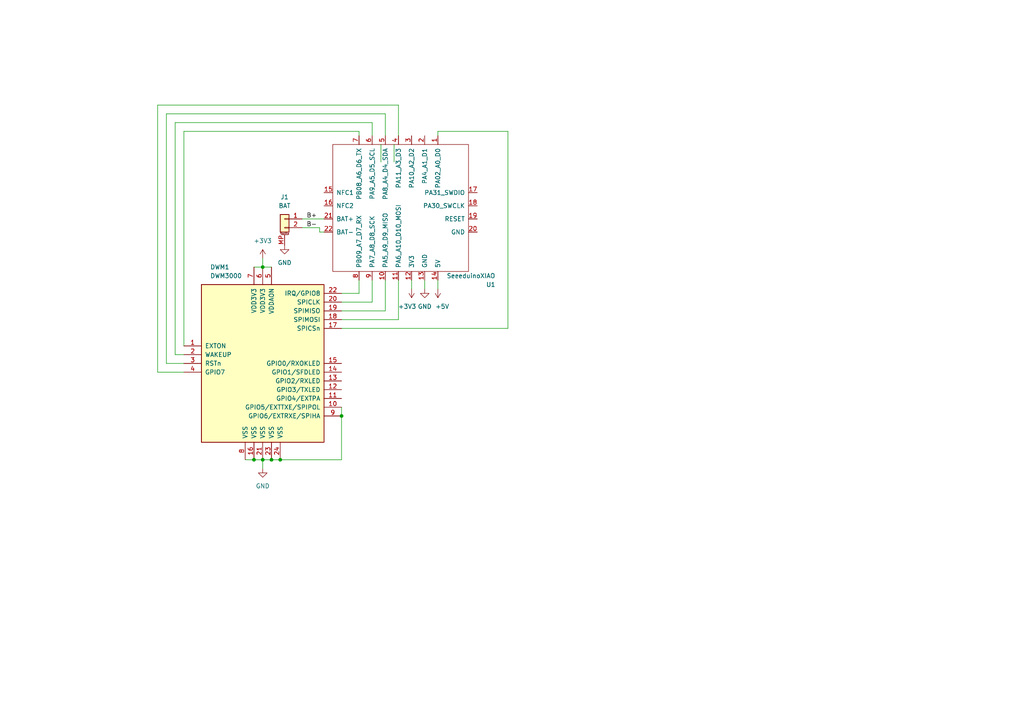
<source format=kicad_sch>
(kicad_sch (version 20211123) (generator eeschema)
  (paper "A4")
  (lib_symbols
    (symbol "Connector_Generic_MountingPin:Conn_01x02_MountingPin" (pin_names (offset 1.016) hide)
      (property "Reference" "J" (at 0 2.54 0))
      (property "Value" "Conn_01x02_MountingPin" (at 1.27 -5.08 0))
      (symbol "Conn_01x02_MountingPin_1_1"
        (rectangle (start -1.27 -2.413) (end 0 -2.667) (stroke (width 0.1524)))
        (rectangle (start -1.27 0.127) (end 0 -0.127) (stroke (width 0.1524)))
        (rectangle (start -1.27 1.27) (end 1.27 -3.81) (stroke (width 0.254)) (fill (type background)))
        (polyline (pts (xy -1.016 -4.572) (xy 1.016 -4.572)) (stroke (width 0.1524)))
        (text "Mounting" (at 0 -4.191 0) (effects (font (size 0.381 0.381))))
        (pin passive line (at -5.08 0 0) (length 3.81) (name "Pin_1") (number "1"))
        (pin passive line (at -5.08 -2.54 0) (length 3.81) (name "Pin_2") (number "2"))
        (pin passive line (at 0 -7.62 90) (length 3.048) (name "MountPin") (number "MP"))
      )
    )
    (symbol "RF_Module:DWM1000" (pin_names (offset 1.016))
      (property "Reference" "DWM" (at 7.62 25.4 0))
      (property "Value" "DWM1000" (at 1.27 3.81 0))
      (symbol "DWM1000_0_1"
        (rectangle (start 17.78 22.86) (end -17.78 -22.86) (stroke (width 0.254)) (fill (type background)))
      )
      (symbol "DWM1000_1_1"
        (pin output line (at -22.86 5.08 0) (length 5.08) (name "EXTON") (number "1"))
        (pin bidirectional line (at 22.86 -12.7 180) (length 5.08) (name "GPIO5/EXTTXE/SPIPOL") (number "10"))
        (pin bidirectional line (at 22.86 -10.16 180) (length 5.08) (name "GPIO4/EXTPA") (number "11"))
        (pin bidirectional line (at 22.86 -7.62 180) (length 5.08) (name "GPIO3/TXLED") (number "12"))
        (pin bidirectional line (at 22.86 -5.08 180) (length 5.08) (name "GPIO2/RXLED") (number "13"))
        (pin bidirectional line (at 22.86 -2.54 180) (length 5.08) (name "GPIO1/SFDLED") (number "14"))
        (pin bidirectional line (at 22.86 0 180) (length 5.08) (name "GPIO0/RXOKLED") (number "15"))
        (pin power_in line (at -2.54 -27.94 90) (length 5.08) (name "VSS") (number "16"))
        (pin input line (at 22.86 10.16 180) (length 5.08) (name "SPICSn") (number "17"))
        (pin input line (at 22.86 12.7 180) (length 5.08) (name "SPIMOSI") (number "18"))
        (pin output line (at 22.86 15.24 180) (length 5.08) (name "SPIMISO") (number "19"))
        (pin bidirectional line (at -22.86 2.54 0) (length 5.08) (name "WAKEUP") (number "2"))
        (pin input line (at 22.86 17.78 180) (length 5.08) (name "SPICLK") (number "20"))
        (pin power_in line (at 0 -27.94 90) (length 5.08) (name "VSS") (number "21"))
        (pin bidirectional line (at 22.86 20.32 180) (length 5.08) (name "IRQ/GPIO8") (number "22"))
        (pin power_in line (at 2.54 -27.94 90) (length 5.08) (name "VSS") (number "23"))
        (pin power_in line (at 5.08 -27.94 90) (length 5.08) (name "VSS") (number "24"))
        (pin bidirectional line (at -22.86 0 0) (length 5.08) (name "RSTn") (number "3"))
        (pin bidirectional line (at -22.86 -2.54 0) (length 5.08) (name "GPIO7") (number "4"))
        (pin power_in line (at 2.54 27.94 270) (length 5.08) (name "VDDAON") (number "5"))
        (pin power_in line (at 0 27.94 270) (length 5.08) (name "VDD3V3") (number "6"))
        (pin power_in line (at -2.54 27.94 270) (length 5.08) (name "VDD3V3") (number "7"))
        (pin power_in line (at -5.08 -27.94 90) (length 5.08) (name "VSS") (number "8"))
        (pin bidirectional line (at 22.86 -15.24 180) (length 5.08) (name "GPIO6/EXTRXE/SPIHA") (number "9"))
      )
    )
    (symbol "Seeeduino XIAO:SeeeduinoXIAO" (pin_names (offset 1.016))
      (property "Reference" "U1" (at 8.3694 25.4 0))
      (property "Value" "SeeeduinoXIAO" (at 8.3694 22.86 0))
      (symbol "SeeeduinoXIAO_0_1"
        (rectangle (start -19.05 20.32) (end 17.78 -19.05))
      )
      (symbol "SeeeduinoXIAO_1_1"
        (pin unspecified line (at -21.59 11.43 0) (length 2.54) (name "PA02_A0_D0") (number "1"))
        (pin unspecified line (at 20.32 -3.81 180) (length 2.54) (name "PA5_A9_D9_MISO") (number "10"))
        (pin unspecified line (at 20.32 0 180) (length 2.54) (name "PA6_A10_D10_MOSI") (number "11"))
        (pin unspecified line (at 20.32 3.81 180) (length 2.54) (name "3V3") (number "12"))
        (pin unspecified line (at 20.32 7.62 180) (length 2.54) (name "GND") (number "13"))
        (pin unspecified line (at 20.32 11.43 180) (length 2.54) (name "5V") (number "14"))
        (pin input line (at -5.08 -21.59 90) (length 2.54) (name "NFC1") (number "15"))
        (pin input line (at -1.27 -21.59 90) (length 2.54) (name "NFC2") (number "16"))
        (pin input line (at -5.08 22.86 270) (length 2.54) (name "PA31_SWDIO") (number "17"))
        (pin input line (at -1.27 22.86 270) (length 2.54) (name "PA30_SWCLK") (number "18"))
        (pin input line (at 2.54 22.86 270) (length 2.54) (name "RESET") (number "19"))
        (pin unspecified line (at -21.59 7.62 0) (length 2.54) (name "PA4_A1_D1") (number "2"))
        (pin input line (at 6.35 22.86 270) (length 2.54) (name "GND") (number "20"))
        (pin bidirectional line (at 2.54 -21.59 90) (length 2.54) (name "BAT+") (number "21"))
        (pin bidirectional line (at 6.35 -21.59 90) (length 2.54) (name "BAT-") (number "22"))
        (pin unspecified line (at -21.59 3.81 0) (length 2.54) (name "PA10_A2_D2") (number "3"))
        (pin unspecified line (at -21.59 0 0) (length 2.54) (name "PA11_A3_D3") (number "4"))
        (pin unspecified line (at -21.59 -3.81 0) (length 2.54) (name "PA8_A4_D4_SDA") (number "5"))
        (pin unspecified line (at -21.59 -7.62 0) (length 2.54) (name "PA9_A5_D5_SCL") (number "6"))
        (pin unspecified line (at -21.59 -11.43 0) (length 2.54) (name "PB08_A6_D6_TX") (number "7"))
        (pin unspecified line (at 20.32 -11.43 180) (length 2.54) (name "PB09_A7_D7_RX") (number "8"))
        (pin unspecified line (at 20.32 -7.62 180) (length 2.54) (name "PA7_A8_D8_SCK") (number "9"))
      )
    )
    (symbol "power:+3.3V" (power) (pin_names (offset 0))
      (property "Value" "+3.3V" (at 0 3.556 0))
      (symbol "+3.3V_0_1"
        (polyline (pts (xy -0.762 1.27) (xy 0 2.54)))
        (polyline (pts (xy 0 0) (xy 0 2.54)))
        (polyline (pts (xy 0 2.54) (xy 0.762 1.27)))
      )
      (symbol "+3.3V_1_1"
        (pin power_in line (at 0 0 90) (length 0) hide (name "+3V3") (number "1"))
      )
    )
    (symbol "power:+5V" (power) (pin_names (offset 0))
      (property "Value" "+5V" (at 0 3.556 0))
      (symbol "+5V_0_1"
        (polyline (pts (xy -0.762 1.27) (xy 0 2.54)))
        (polyline (pts (xy 0 0) (xy 0 2.54)))
        (polyline (pts (xy 0 2.54) (xy 0.762 1.27)))
      )
      (symbol "+5V_1_1"
        (pin power_in line (at 0 0 90) (length 0) hide (name "+5V") (number "1"))
      )
    )
    (symbol "power:GND" (power) (pin_names (offset 0))
      (property "Value" "GND" (at 0 -3.81 0))
      (symbol "GND_0_1"
        (polyline (pts (xy 0 0) (xy 0 -1.27) (xy 1.27 -1.27) (xy 0 -2.54) (xy -1.27 -1.27) (xy 0 -1.27)))
      )
      (symbol "GND_1_1"
        (pin power_in line (at 0 0 270) (length 0) hide (name "GND") (number "1"))
      )
    )
  )
  (junction (at 81.28 133.35))
  (junction (at 76.2 77.47))
  (junction (at 78.74 133.35))
  (junction (at 73.66 133.35))
  (junction (at 99.06 120.65))
  (junction (at 76.2 133.35))
  (wire (pts (xy 76.2 135.89) (xy 76.2 133.35)))
  (wire (pts (xy 119.38 83.82) (xy 119.38 81.28)))
  (wire (pts (xy 73.66 77.47) (xy 76.2 77.47)))
  (wire (pts (xy 92.71 67.31) (xy 92.71 66.04)))
  (wire (pts (xy 48.26 105.41) (xy 53.34 105.41)))
  (wire (pts (xy 45.72 30.48) (xy 45.72 107.95)))
  (wire (pts (xy 147.32 38.1) (xy 127 38.1)))
  (wire (pts (xy 99.06 90.17) (xy 111.76 90.17)))
  (wire (pts (xy 111.76 39.37) (xy 111.76 33.02)))
  (wire (pts (xy 114.3 46.99) (xy 114.3 41.91)))
  (wire (pts (xy 107.95 39.37) (xy 107.95 35.56)))
  (wire (pts (xy 53.34 38.1) (xy 104.14 38.1)))
  (wire (pts (xy 92.71 66.04) (xy 87.63 66.04)))
  (wire (pts (xy 48.26 33.02) (xy 48.26 105.41)))
  (wire (pts (xy 78.74 133.35) (xy 81.28 133.35)))
  (wire (pts (xy 115.57 92.71) (xy 115.57 81.28)))
  (wire (pts (xy 107.95 35.56) (xy 50.8 35.56)))
  (wire (pts (xy 99.06 92.71) (xy 115.57 92.71)))
  (wire (pts (xy 99.06 120.65) (xy 99.06 133.35)))
  (wire (pts (xy 127 83.82) (xy 127 81.28)))
  (wire (pts (xy 104.14 38.1) (xy 104.14 39.37)))
  (wire (pts (xy 81.28 133.35) (xy 99.06 133.35)))
  (wire (pts (xy 76.2 74.93) (xy 76.2 77.47)))
  (wire (pts (xy 92.71 67.31) (xy 93.98 67.31)))
  (wire (pts (xy 115.57 39.37) (xy 115.57 30.48)))
  (wire (pts (xy 76.2 77.47) (xy 78.74 77.47)))
  (wire (pts (xy 45.72 107.95) (xy 53.34 107.95)))
  (wire (pts (xy 123.19 83.82) (xy 123.19 81.28)))
  (wire (pts (xy 99.06 85.09) (xy 104.14 85.09)))
  (wire (pts (xy 104.14 85.09) (xy 104.14 81.28)))
  (wire (pts (xy 147.32 95.25) (xy 147.32 38.1)))
  (wire (pts (xy 87.63 63.5) (xy 93.98 63.5)))
  (wire (pts (xy 127 38.1) (xy 127 39.37)))
  (wire (pts (xy 115.57 30.48) (xy 45.72 30.48)))
  (wire (pts (xy 99.06 118.11) (xy 99.06 120.65)))
  (wire (pts (xy 50.8 35.56) (xy 50.8 102.87)))
  (wire (pts (xy 99.06 87.63) (xy 107.95 87.63)))
  (wire (pts (xy 76.2 133.35) (xy 78.74 133.35)))
  (wire (pts (xy 71.12 133.35) (xy 73.66 133.35)))
  (wire (pts (xy 110.49 46.99) (xy 110.49 41.91)))
  (wire (pts (xy 50.8 102.87) (xy 53.34 102.87)))
  (wire (pts (xy 111.76 33.02) (xy 48.26 33.02)))
  (wire (pts (xy 107.95 87.63) (xy 107.95 81.28)))
  (wire (pts (xy 73.66 133.35) (xy 76.2 133.35)))
  (wire (pts (xy 99.06 95.25) (xy 147.32 95.25)))
  (wire (pts (xy 53.34 100.33) (xy 53.34 38.1)))
  (wire (pts (xy 111.76 90.17) (xy 111.76 81.28)))
  (label "B-" (at 88.9 66.04 0))
  (label "B+" (at 88.9 63.5 0))
  (symbol (lib_id "power:GND") (at 82.55 71.12 0) (unit 1)
    (property "Reference" "#PWR?" (effects hide))
    (property "Value" "GND" (at 82.55 76.2 0))
  )
  (symbol (lib_id "Seeeduino XIAO:SeeeduinoXIAO") (at 115.57 60.96 270) (unit 1)
    (property "Reference" "U1" (at 140.97 82.55 90) (effects (justify left)))
    (property "Value" "SeeeduinoXIAO" (at 129.54 80.01 90) (effects (justify left)))
    (property "Footprint" "Seeeduino XIAO:Seeeduino XIAO-MOUDLE14P-2.54-21X17.8MM" (effects hide))
  )
  (symbol (lib_id "power:+3.3V") (at 119.38 83.82 180) (unit 1)
    (property "Reference" "#PWR0103" (effects hide))
    (property "Value" "+3.3V" (at 118.11 88.9 0))
  )
  (symbol (lib_id "power:GND") (at 123.19 83.82 0) (unit 1)
    (property "Reference" "#PWR0102" (effects hide))
    (property "Value" "GND" (at 123.19 88.9 0))
  )
  (symbol (lib_id "RF_Module:DWM1000") (at 76.2 105.41 0) (unit 1)
    (property "Reference" "DWM1" (at 60.96 77.47 0) (effects (justify left)))
    (property "Value" "DWM3000" (at 60.96 80.01 0) (effects (justify left)))
    (property "Footprint" "RF_Module:DWM1000" (effects hide))
    (property "Datasheet" "https://www.decawave.com/sites/default/files/resources/dwm1000-datasheet-v1.3.pdf" (effects hide))
  )
  (symbol (lib_id "Connector_Generic_MountingPin:Conn_01x02_MountingPin") (at 82.55 63.5 0) (mirror y) (unit 1)
    (property "Reference" "J1" (at 82.55 57.15 0))
    (property "Value" "BAT" (at 82.55 59.69 0))
    (property "Footprint" "Connector_JST:JST_PH_S2B-PH-SM4-TB_1x02-1MP_P2.00mm_Horizontal" (effects hide))
  )
  (symbol (lib_id "power:+3.3V") (at 76.2 74.93 0) (unit 1)
    (property "Reference" "#PWR0104" (effects hide))
    (property "Value" "+3.3V" (at 76.2 69.85 0))
  )
  (symbol (lib_id "power:+5V") (at 127 83.82 180) (unit 1)
    (property "Reference" "#PWR0101" (effects hide))
    (property "Value" "+5V" (at 128.27 88.9 0))
  )
  (symbol (lib_id "power:GND") (at 76.2 135.89 0) (unit 1)
    (property "Reference" "#PWR0105" (effects hide))
    (property "Value" "GND" (at 76.2 140.97 0))
  )
)
</source>
